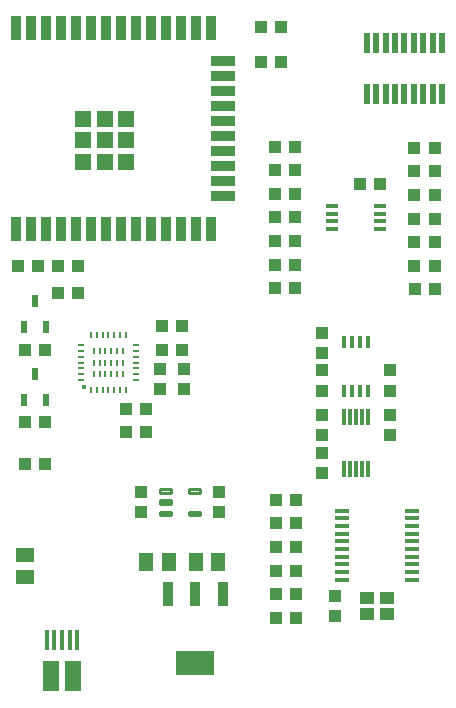
<source format=gbr>
G04 EAGLE Gerber RS-274X export*
G75*
%MOMM*%
%FSLAX34Y34*%
%LPD*%
%INSolderpaste Top*%
%IPPOS*%
%AMOC8*
5,1,8,0,0,1.08239X$1,22.5*%
G01*
G04 Define Apertures*
%ADD10R,1.100000X1.000000*%
%ADD11R,1.000000X1.100000*%
%ADD12R,1.300000X1.500000*%
%ADD13R,1.500000X1.300000*%
%ADD14R,1.200000X0.350000*%
%ADD15R,0.450000X1.000000*%
%ADD16R,0.260000X0.560000*%
%ADD17R,0.560000X0.260000*%
%ADD18R,0.400000X0.400000*%
%ADD19R,1.000000X0.450000*%
%ADD20R,0.400000X1.750000*%
%ADD21R,1.425000X2.500000*%
%ADD22R,0.550000X1.800000*%
%ADD23R,1.200000X1.000000*%
%ADD24R,0.600000X1.100000*%
%ADD25C,0.295000*%
%ADD26R,0.304800X1.422400*%
%ADD27R,0.900000X2.000000*%
%ADD28R,2.000000X0.900000*%
%ADD29R,1.330000X1.330000*%
%ADD30R,0.950000X2.150000*%
%ADD31R,3.250000X2.150000*%
D10*
X231500Y84000D03*
X248500Y84000D03*
D11*
X183000Y170500D03*
X183000Y153500D03*
D12*
X163500Y111000D03*
X182500Y111000D03*
D11*
X328000Y235500D03*
X328000Y218500D03*
X270000Y235500D03*
X270000Y218500D03*
X270000Y288500D03*
X270000Y305500D03*
D10*
X121500Y221000D03*
X104500Y221000D03*
X121500Y241000D03*
X104500Y241000D03*
X302500Y431000D03*
X319500Y431000D03*
X46500Y362000D03*
X63500Y362000D03*
X235500Y564000D03*
X218500Y564000D03*
X231500Y64000D03*
X248500Y64000D03*
X29500Y362000D03*
X12500Y362000D03*
D11*
X117000Y153500D03*
X117000Y170500D03*
D12*
X121500Y111000D03*
X140500Y111000D03*
D11*
X281000Y82500D03*
X281000Y65500D03*
D13*
X19000Y98500D03*
X19000Y117500D03*
D10*
X248500Y104000D03*
X231500Y104000D03*
X248500Y144000D03*
X231500Y144000D03*
X248500Y124000D03*
X231500Y124000D03*
D14*
X287200Y154750D03*
X287200Y148250D03*
X287200Y141750D03*
X287200Y135250D03*
X287200Y128750D03*
X287200Y122250D03*
X287200Y115750D03*
X287200Y109250D03*
X287200Y102750D03*
X287200Y96250D03*
X346600Y96250D03*
X346600Y102750D03*
X346600Y109250D03*
X346600Y115750D03*
X346600Y122250D03*
X346600Y128750D03*
X346600Y135250D03*
X346600Y141750D03*
X346600Y148250D03*
X346600Y154750D03*
D15*
X289250Y256500D03*
X295750Y256500D03*
X302250Y256500D03*
X308750Y256500D03*
X308750Y297500D03*
X302250Y297500D03*
X295750Y297500D03*
X289250Y297500D03*
D16*
X74400Y257200D03*
X79400Y257200D03*
X84400Y257200D03*
X89400Y257200D03*
X94400Y257200D03*
X99400Y257200D03*
X104400Y257200D03*
D17*
X112400Y265200D03*
X112400Y270200D03*
X112400Y275200D03*
X112400Y280200D03*
X112400Y285200D03*
X112400Y290200D03*
X112400Y295200D03*
D16*
X104400Y303200D03*
X99400Y303200D03*
X94400Y303200D03*
X89400Y303200D03*
X84400Y303200D03*
X79400Y303200D03*
X74400Y303200D03*
D17*
X66400Y295200D03*
X66400Y290200D03*
X66400Y285200D03*
X66400Y280200D03*
X66400Y275200D03*
X66400Y270200D03*
X66400Y265200D03*
D16*
X76900Y270200D03*
X76900Y280200D03*
X76900Y290200D03*
X81900Y270200D03*
X81900Y280200D03*
X81900Y290200D03*
X86900Y270200D03*
X86900Y280200D03*
X86900Y290200D03*
X91900Y270200D03*
X91900Y280200D03*
X91900Y290200D03*
X96900Y270200D03*
X96900Y280200D03*
X96900Y290200D03*
X101900Y270200D03*
X101900Y280200D03*
X101900Y290200D03*
D18*
X68400Y259200D03*
D19*
X278500Y412750D03*
X278500Y406250D03*
X278500Y399750D03*
X278500Y393250D03*
X319500Y393250D03*
X319500Y399750D03*
X319500Y406250D03*
X319500Y412750D03*
D20*
X37000Y45250D03*
X43500Y45250D03*
X50000Y45250D03*
X56500Y45250D03*
X63000Y45250D03*
D21*
X40375Y14500D03*
X59625Y14500D03*
D22*
X372000Y550500D03*
X372000Y507500D03*
X364000Y550500D03*
X364000Y507500D03*
X356000Y550500D03*
X356000Y507500D03*
X348000Y550500D03*
X348000Y507500D03*
X340000Y550500D03*
X340000Y507500D03*
X332000Y550500D03*
X332000Y507500D03*
X324000Y550500D03*
X324000Y507500D03*
X316000Y550500D03*
X316000Y507500D03*
X308000Y550500D03*
X308000Y507500D03*
D23*
X308500Y67500D03*
X325500Y67500D03*
X325500Y80500D03*
X308500Y80500D03*
D24*
X17500Y310000D03*
X36500Y310000D03*
X27000Y332000D03*
X17500Y248900D03*
X36500Y248900D03*
X27000Y270900D03*
D11*
X248500Y164000D03*
X231500Y164000D03*
X18500Y230000D03*
X35500Y230000D03*
X230500Y363000D03*
X247500Y363000D03*
X230500Y403000D03*
X247500Y403000D03*
X365500Y362000D03*
X348500Y362000D03*
X365500Y402000D03*
X348500Y402000D03*
X230500Y383000D03*
X247500Y383000D03*
X230500Y423000D03*
X247500Y423000D03*
X365500Y382000D03*
X348500Y382000D03*
X365500Y422000D03*
X348500Y422000D03*
X134500Y291000D03*
X151500Y291000D03*
D10*
X270000Y256500D03*
X270000Y273500D03*
D11*
X151500Y311000D03*
X134500Y311000D03*
X230500Y443000D03*
X247500Y443000D03*
X365500Y442000D03*
X348500Y442000D03*
X235500Y535000D03*
X218500Y535000D03*
D10*
X328000Y256500D03*
X328000Y273500D03*
X153000Y274500D03*
X153000Y257500D03*
X133000Y274500D03*
X133000Y257500D03*
X270000Y186500D03*
X270000Y203500D03*
D11*
X230500Y343000D03*
X247500Y343000D03*
X365600Y342800D03*
X348600Y342800D03*
X18500Y291000D03*
X35500Y291000D03*
D25*
X132875Y170025D02*
X142025Y170025D01*
X132875Y170025D02*
X132875Y172975D01*
X142025Y172975D01*
X142025Y170025D01*
X142025Y172827D02*
X132875Y172827D01*
X132875Y160525D02*
X142025Y160525D01*
X132875Y160525D02*
X132875Y163475D01*
X142025Y163475D01*
X142025Y160525D01*
X142025Y163327D02*
X132875Y163327D01*
X132875Y151025D02*
X142025Y151025D01*
X132875Y151025D02*
X132875Y153975D01*
X142025Y153975D01*
X142025Y151025D01*
X142025Y153827D02*
X132875Y153827D01*
X157975Y151025D02*
X167125Y151025D01*
X157975Y151025D02*
X157975Y153975D01*
X167125Y153975D01*
X167125Y151025D01*
X167125Y153827D02*
X157975Y153827D01*
X157975Y170025D02*
X167125Y170025D01*
X157975Y170025D02*
X157975Y172975D01*
X167125Y172975D01*
X167125Y170025D01*
X167125Y172827D02*
X157975Y172827D01*
D26*
X308906Y233844D03*
X304080Y233844D03*
X299000Y233844D03*
X293920Y233844D03*
X289094Y233844D03*
X289094Y190156D03*
X293920Y190156D03*
X299000Y190156D03*
X304080Y190156D03*
X308906Y190156D03*
D27*
X11300Y393400D03*
X24000Y393400D03*
X36700Y393400D03*
X49400Y393400D03*
X62100Y393400D03*
X74800Y393400D03*
X87500Y393400D03*
X100200Y393400D03*
X112900Y393400D03*
X125600Y393400D03*
X138300Y393400D03*
X151000Y393400D03*
X163700Y393400D03*
X176400Y393400D03*
D28*
X186400Y421250D03*
X186400Y433950D03*
X186400Y446650D03*
X186400Y459350D03*
X186400Y472050D03*
X186400Y484750D03*
X186400Y497450D03*
X186400Y510150D03*
X186400Y522850D03*
X186400Y535550D03*
D27*
X176400Y563400D03*
X163700Y563400D03*
X151000Y563400D03*
X138300Y563400D03*
X125600Y563400D03*
X112900Y563400D03*
X100200Y563400D03*
X87500Y563400D03*
X74800Y563400D03*
X62100Y563400D03*
X49400Y563400D03*
X36700Y563400D03*
X24000Y563400D03*
X11300Y563400D03*
D29*
X67950Y450050D03*
X67950Y468400D03*
X67950Y486750D03*
X86300Y450050D03*
X86300Y468400D03*
X86300Y486750D03*
X104650Y450050D03*
X104650Y468400D03*
X104650Y486750D03*
D30*
X186000Y84000D03*
X163000Y84000D03*
X140000Y84000D03*
D31*
X163000Y26000D03*
D10*
X230500Y463000D03*
X247500Y463000D03*
X365500Y462000D03*
X348500Y462000D03*
D11*
X46500Y339000D03*
X63500Y339000D03*
X18500Y194000D03*
X35500Y194000D03*
M02*

</source>
